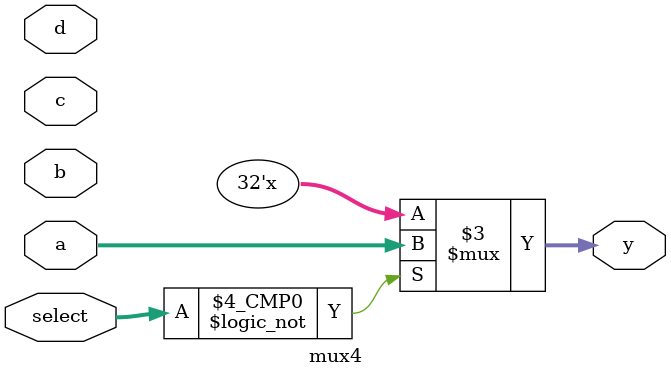
<source format=v>
`timescale 1ns / 1ps
module mux4(
	input wire [31:0]a,b,c,d,
	input wire [1:0]select,
	output reg [31:0] y
 );

always@(*) begin 
	case(select) 
		2'd00: y = a;
		2'd00: y = b;
		2'd00: y = c;
		2'd00: y = d;
		default: y = 32'dx;
	endcase
end	 
	 


endmodule

</source>
